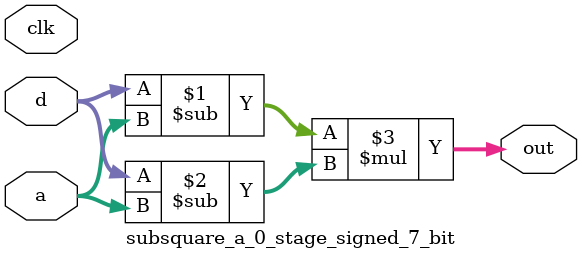
<source format=sv>
(* use_dsp = "yes" *) module subsquare_a_0_stage_signed_7_bit(
	input signed [6:0] a,
	input signed [6:0] d,
	output [6:0] out,
	input clk);

	assign out = (d - a) * (d - a);
endmodule

</source>
